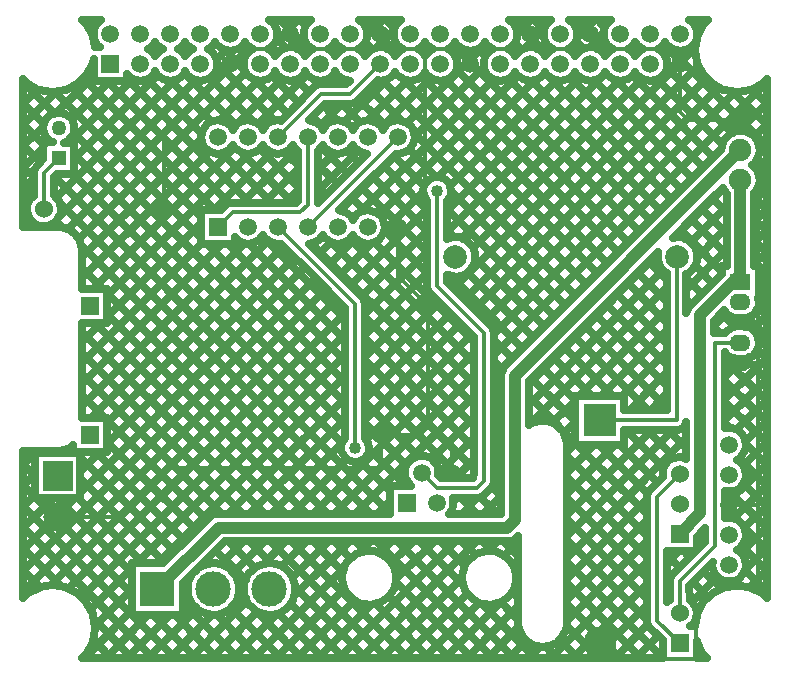
<source format=gbr>
G04 DipTrace 2.4.0.1*
%INBottom.gbr*%
%MOMM*%
%ADD13C,1.0*%
%ADD14C,0.33*%
%ADD15C,0.635*%
%ADD16C,2.0*%
%ADD18R,1.5X1.5*%
%ADD19C,1.5*%
%ADD20R,2.8X2.8*%
%ADD21C,2.8*%
%ADD22C,1.27*%
%ADD23R,1.27X1.27*%
%ADD24C,1.5*%
%ADD25R,2.5X2.5*%
%ADD26C,2.5*%
%ADD27R,1.524X1.524*%
%ADD28C,1.524*%
%ADD29R,1.9X1.9*%
%ADD30C,1.9*%
%ADD31C,1.524*%
%ADD32R,3.0X3.0*%
%ADD33C,3.0*%
%ADD34R,1.8X1.4*%
%ADD35O,1.8X1.4*%
%ADD36C,1.016*%
%FSLAX53Y53*%
G04*
G71*
G90*
G75*
G01*
%LNBottom*%
%LPD*%
X71761Y51439D2*
D13*
Y42820D1*
X71760D1*
X66610Y21480D2*
X68350Y23220D1*
Y40030D1*
X71760Y43440D1*
Y42820D1*
X66610Y26560D2*
D14*
X64693Y24643D1*
Y14147D1*
X66610Y12230D1*
X71761Y56519D2*
X73220Y55060D1*
Y39370D1*
Y35980D1*
X71760D1*
X47310Y26670D2*
Y28522D1*
X45328Y30503D1*
X44666Y29841D1*
X41338D1*
X28575Y61282D2*
X22960Y55667D1*
Y48980D1*
X73220Y39370D2*
X71760Y39400D1*
X71761Y56519D2*
X67335D1*
X66675Y57179D1*
Y61282D1*
X28575D2*
X29843Y62550D1*
X33655D1*
Y63822D1*
X45328Y30503D2*
Y40796D1*
X70808Y23972D2*
X73220D1*
Y17132D1*
X70072D1*
X68010Y15070D1*
Y10930D1*
X59853D1*
Y12276D1*
X73230Y35980D2*
Y23920D1*
X70860D1*
X70808Y23972D1*
X59055Y63822D2*
X59120Y63756D1*
Y62550D1*
X54040D1*
Y63887D1*
X53975Y63822D1*
X66675Y61282D2*
X65430Y62527D1*
X59150D1*
Y63822D1*
X59055D1*
X33655Y62540D2*
X41360D1*
Y63736D1*
X41275Y63822D1*
X48895Y61282D2*
X48990D1*
Y62550D1*
X54020D1*
Y63822D1*
X53975D1*
X42770Y47470D2*
Y48060D1*
X45090Y50380D1*
Y62540D1*
X41340D1*
Y63822D1*
X41275D1*
X45328Y40796D2*
X42770Y43354D1*
Y47470D1*
X45090Y62540D2*
X48990Y62550D1*
X41338Y29841D2*
Y27050D1*
X23568D1*
X19448Y22930D1*
X13950D1*
X41275Y61282D2*
X38710Y58717D1*
X36237D1*
X32610Y55090D1*
X22384Y16827D2*
D13*
X27588Y22031D1*
X52022D1*
X52682Y22691D1*
Y34901D1*
X71761Y53979D1*
X27530Y47470D2*
D14*
X28765Y48705D1*
X34490D1*
X35150Y49365D1*
Y55090D1*
X66424Y44955D2*
X66350Y44881D1*
Y31116D1*
X59853D1*
X46100Y50500D2*
Y42450D1*
X50060Y38490D1*
Y25969D1*
X49466Y25375D1*
X46065D1*
X44770Y26670D1*
X39140Y28760D2*
Y40970D1*
X34926Y45184D1*
X34896D1*
X32610Y47470D1*
X14050Y53310D2*
X12800Y52060D1*
Y48980D1*
X71760Y37690D2*
X69610D1*
Y20466D1*
X66610Y17466D1*
Y14770D1*
X35150Y47470D2*
X42770Y55090D1*
D36*
X39140Y28760D3*
X46100Y50500D3*
X12227Y59088D2*
D15*
X11026Y57887D1*
X13848Y58912D2*
X11026Y56091D1*
X16949Y60217D2*
X13923Y57192D1*
X12711Y55980D2*
X11026Y54295D1*
X18345Y59817D2*
X15165Y56638D1*
X12697Y54170D2*
X11026Y52499D1*
X20281Y59958D2*
X14983Y54659D1*
X11918Y51595D2*
X11026Y50703D1*
X24940Y62820D2*
X24496Y62377D1*
X22400Y60281D2*
X15404Y53284D1*
X14079Y51960D2*
X13685Y51565D1*
X11350Y49231D2*
X11029Y48909D1*
X23768Y59853D2*
X13909Y49994D1*
X11792Y47877D2*
X11440Y47524D1*
X28125Y62413D2*
X27443Y61731D1*
X25585Y59874D2*
X14155Y48443D1*
X32482Y64974D2*
X32272Y64765D1*
X30174Y62666D2*
X14850Y47342D1*
X34278Y64974D2*
X31863Y62559D1*
X29837Y60533D2*
X15790Y46486D1*
X34734Y63634D2*
X33841Y62742D1*
X30924Y59824D2*
X27653Y56554D1*
X26062Y54963D2*
X16021Y44921D1*
X35442Y62547D2*
X34929Y62033D1*
X32903Y60007D2*
X28783Y55887D1*
X26736Y53840D2*
X16021Y43125D1*
X37582Y62890D2*
X37132Y62440D1*
X35042Y60351D2*
X30965Y56273D1*
X28883Y54191D2*
X16954Y42262D1*
X41462Y64974D2*
X40191Y63703D1*
X36312Y59824D2*
X36058Y59571D1*
X30110Y53623D2*
X18133Y41645D1*
X42381Y64097D2*
X40998Y62714D1*
X38193Y59909D2*
X37883Y59599D1*
X32019Y53735D2*
X27218Y48935D1*
X26062Y47778D2*
X18133Y39849D1*
X17615Y39331D2*
X16021Y37737D1*
X42809Y62729D2*
X42366Y62286D1*
X37912Y57832D2*
X36213Y56133D1*
X34109Y54029D2*
X29667Y49587D1*
X26083Y46003D2*
X16021Y35941D1*
X41820Y59944D2*
X38310Y56434D1*
X34271Y52395D2*
X31463Y49587D1*
X27879Y46003D2*
X16021Y34145D1*
X43511Y59839D2*
X40226Y56554D1*
X37330Y53658D2*
X36030Y52358D1*
X34271Y50599D2*
X33259Y49587D1*
X29710Y46038D2*
X16021Y32349D1*
X12150Y28478D2*
X11026Y27354D1*
X48064Y62596D2*
X47585Y62117D1*
X45524Y60056D2*
X41433Y55964D1*
X39357Y53889D2*
X36030Y50562D1*
X31738Y46270D2*
X16779Y31311D1*
X11981Y26513D2*
X11026Y25558D1*
X50225Y62961D2*
X43593Y56329D1*
X33036Y45772D2*
X18133Y30869D1*
X11981Y24717D2*
X11026Y23762D1*
X54034Y64974D2*
X52903Y63843D1*
X50000Y60940D2*
X44239Y55179D1*
X42683Y53623D2*
X37974Y48913D1*
X33934Y44874D2*
X18133Y29073D1*
X17433Y28373D2*
X15916Y26856D1*
X13525Y24465D2*
X11026Y21966D1*
X55143Y64287D2*
X53514Y62657D1*
X50800Y59944D2*
X39650Y48794D1*
X37007Y46151D2*
X36122Y45265D1*
X34846Y43990D2*
X15916Y25060D1*
X15321Y24465D2*
X11026Y20170D1*
X55445Y62792D2*
X55008Y62356D1*
X52905Y60252D2*
X41229Y48577D1*
X39126Y46473D2*
X37020Y44367D1*
X35744Y43092D2*
X11026Y18374D1*
X59422Y64974D2*
X57927Y63478D1*
X54315Y59867D2*
X46175Y51727D1*
X44872Y50423D2*
X41664Y47216D1*
X40480Y46031D2*
X37918Y43469D1*
X36642Y42194D2*
X11026Y16578D1*
X60131Y63887D2*
X58986Y62742D1*
X56104Y59860D2*
X47235Y50990D1*
X45215Y48971D2*
X38816Y42571D1*
X37540Y41296D2*
X13411Y17167D1*
X60685Y62645D2*
X60228Y62187D1*
X58146Y60105D2*
X46982Y48942D1*
X45215Y47175D2*
X39714Y41673D1*
X38256Y40215D2*
X14927Y16886D1*
X62874Y63038D2*
X62382Y62545D1*
X60335Y60498D2*
X46982Y47145D1*
X45215Y45379D2*
X40022Y40186D1*
X38256Y38419D2*
X16007Y16171D1*
X61450Y59817D2*
X48217Y46584D1*
X45215Y43583D2*
X40022Y38390D1*
X38256Y36623D2*
X20680Y19047D1*
X20169Y18536D2*
X16758Y15125D1*
X68403Y64974D2*
X67973Y64545D1*
X65954Y62526D2*
X65434Y62005D1*
X63414Y59986D2*
X49171Y45742D1*
X45363Y41934D2*
X40022Y36594D1*
X38256Y34827D2*
X22476Y19047D1*
X20169Y16740D2*
X17137Y13708D1*
X67884Y62659D2*
X47522Y42298D1*
X46247Y41022D2*
X40022Y34798D1*
X38256Y33031D2*
X28474Y23250D1*
X20169Y14944D2*
X16246Y11021D1*
X68143Y61122D2*
X48420Y41400D1*
X47145Y40124D2*
X40022Y33002D1*
X38256Y31235D2*
X30270Y23250D1*
X21628Y14607D2*
X18042Y11021D1*
X68845Y60028D2*
X49318Y40502D1*
X48043Y39226D2*
X40022Y31206D1*
X38017Y29200D2*
X32066Y23250D1*
X29633Y20817D2*
X27780Y18963D1*
X25003Y16186D2*
X24602Y15785D1*
X23424Y14607D2*
X19838Y11021D1*
X69877Y59264D2*
X50217Y39604D1*
X48942Y38329D2*
X40128Y29516D1*
X38383Y27770D2*
X33863Y23250D1*
X31423Y20810D2*
X28861Y18248D1*
X25712Y15099D2*
X21635Y11022D1*
X71287Y58878D2*
X50940Y38531D1*
X49180Y36771D2*
X35659Y23250D1*
X33219Y20810D2*
X31387Y18978D1*
X29732Y17323D2*
X29352Y16943D1*
X27017Y14608D2*
X23431Y11022D1*
X73974Y59769D2*
X50940Y36735D1*
X49180Y34975D2*
X37455Y23250D1*
X35015Y20810D2*
X32979Y18774D1*
X29936Y15731D2*
X25227Y11022D1*
X73974Y57973D2*
X71636Y55635D1*
X70101Y54100D2*
X50940Y34939D1*
X49180Y33179D2*
X39251Y23250D1*
X36811Y20810D2*
X33863Y17862D1*
X30848Y14847D2*
X27023Y11022D1*
X73974Y56177D2*
X72962Y55165D1*
X51467Y33670D2*
X50940Y33143D1*
X49180Y31383D2*
X45657Y27860D1*
X43582Y25785D2*
X43395Y25598D1*
X42031Y24234D2*
X41047Y23250D1*
X38607Y20810D2*
X33997Y16200D1*
X32518Y14721D2*
X28819Y11022D1*
X73974Y54381D2*
X73418Y53825D1*
X70263Y50670D2*
X66248Y46655D1*
X64720Y45127D2*
X53900Y34307D1*
X51467Y31874D2*
X50940Y31347D1*
X49180Y29587D2*
X46232Y26639D1*
X40403Y20810D2*
X39532Y19939D1*
X38158Y18565D2*
X30615Y11022D1*
X73974Y52585D2*
X73355Y51966D1*
X70543Y49154D2*
X67609Y46220D1*
X65155Y43766D2*
X53900Y32511D1*
X51467Y30078D2*
X50940Y29551D1*
X49180Y27791D2*
X47649Y26260D1*
X42199Y20810D2*
X41293Y19904D1*
X38200Y16811D2*
X32411Y11022D1*
X73974Y50789D2*
X72976Y49791D1*
X70543Y47358D2*
X68143Y44957D1*
X65471Y42286D2*
X54034Y30849D1*
X51467Y28282D2*
X50940Y27755D1*
X47679Y24494D2*
X47501Y24316D1*
X43996Y20810D2*
X42261Y19076D1*
X39021Y15836D2*
X34207Y11022D1*
X73974Y48993D2*
X72976Y47995D1*
X70543Y45562D2*
X67231Y42249D1*
X65471Y40490D2*
X58215Y33234D1*
X57733Y32751D2*
X55907Y30926D1*
X51467Y26486D2*
X50940Y25959D1*
X49475Y24494D2*
X48232Y23250D1*
X45792Y20810D2*
X42633Y17652D1*
X40453Y15471D2*
X36003Y11022D1*
X73974Y47197D2*
X72976Y46199D1*
X65471Y38694D2*
X60011Y33234D1*
X57733Y30955D2*
X56847Y30070D1*
X51467Y24690D2*
X50028Y23250D1*
X47588Y20810D2*
X37799Y11022D1*
X73974Y45401D2*
X72976Y44403D1*
X65471Y36898D2*
X61807Y33234D1*
X57733Y29159D2*
X57121Y28547D1*
X49384Y20810D2*
X39595Y11022D1*
X73974Y43605D2*
X73376Y43007D1*
X70508Y40139D2*
X69567Y39197D1*
X65471Y35102D2*
X62369Y31999D1*
X59367Y28998D2*
X57121Y26751D1*
X51180Y20810D2*
X50470Y20100D1*
X48163Y17794D2*
X41391Y11022D1*
X73974Y41809D2*
X73376Y41211D1*
X71855Y39690D2*
X71216Y39050D1*
X65471Y33306D2*
X64165Y31999D1*
X62398Y30233D2*
X61969Y29803D1*
X61163Y28998D2*
X57121Y24955D1*
X52878Y20712D2*
X51845Y19679D1*
X48584Y16418D2*
X43187Y11022D1*
X73974Y40013D2*
X72808Y38847D1*
X64194Y30233D2*
X57121Y23159D1*
X52878Y18916D2*
X52631Y18669D1*
X49587Y15626D2*
X44983Y11022D1*
X73974Y38217D2*
X73369Y37612D1*
X72038Y36280D2*
X70493Y34735D1*
X65990Y30233D2*
X57121Y21363D1*
X52878Y17120D2*
X52546Y16789D1*
X51467Y15710D2*
X46779Y11022D1*
X73974Y36421D2*
X70493Y32939D1*
X67134Y29580D2*
X57121Y19567D1*
X52878Y15324D2*
X48575Y11022D1*
X73974Y34624D2*
X70493Y31143D1*
X63808Y24459D2*
X57121Y17771D1*
X52920Y13570D2*
X50372Y11022D1*
X73974Y32828D2*
X71503Y30357D1*
X63808Y22662D2*
X57121Y15975D1*
X53565Y12419D2*
X52168Y11022D1*
X73974Y31032D2*
X72261Y29319D1*
X63808Y20866D2*
X57121Y14179D1*
X54828Y11886D2*
X53964Y11022D1*
X73974Y29236D2*
X72057Y27320D1*
X63808Y19070D2*
X55760Y11022D1*
X73974Y27440D2*
X70493Y23959D1*
X66537Y20003D2*
X65575Y19041D1*
X63808Y17274D2*
X57556Y11022D1*
X73974Y25644D2*
X71187Y22858D1*
X65731Y17401D2*
X65576Y17246D1*
X63808Y15478D2*
X59352Y11022D1*
X73974Y23848D2*
X72163Y22037D1*
X63885Y13759D2*
X61148Y11022D1*
X73974Y22052D2*
X71861Y19939D1*
X69758Y17836D2*
X67708Y15786D1*
X64741Y12819D2*
X62944Y11022D1*
X73974Y20256D2*
X72198Y18480D1*
X71217Y17499D2*
X70767Y17048D1*
X65127Y11409D2*
X64740Y11022D1*
X73974Y18460D2*
X72527Y17013D1*
X73974Y16664D2*
X73723Y16413D1*
X68579Y11269D2*
X68333Y11023D1*
X72780Y59081D2*
X73974Y57887D1*
X67483Y62582D2*
X67912Y62152D1*
X71152Y58912D2*
X73974Y56091D1*
X65329Y62940D2*
X73974Y54295D1*
X65561Y60912D2*
X70992Y55480D1*
X73257Y53216D2*
X73974Y52499D1*
X59703Y64974D2*
X60244Y64432D1*
X64747Y59930D2*
X70165Y54512D1*
X73426Y51251D2*
X73974Y50703D1*
X57906Y64974D2*
X60546Y62335D1*
X62649Y60231D2*
X69456Y53425D1*
X72976Y49904D2*
X73974Y48906D1*
X57864Y63220D2*
X58448Y62636D1*
X61204Y59881D2*
X68558Y52527D1*
X72976Y48108D2*
X73974Y47110D1*
X54314Y64974D2*
X55088Y64201D1*
X59436Y59853D2*
X67660Y51629D1*
X69412Y49876D2*
X70543Y48745D1*
X72976Y46312D2*
X73974Y45314D1*
X52518Y64974D2*
X55326Y62166D1*
X57401Y60091D2*
X66762Y50731D1*
X68514Y48978D2*
X70543Y46949D1*
X72976Y44516D2*
X73974Y43518D1*
X52680Y63017D2*
X53165Y62531D1*
X55219Y60477D2*
X65864Y49833D1*
X67616Y48080D2*
X70543Y45153D1*
X73376Y42320D2*
X73974Y41722D1*
X54083Y59817D2*
X64966Y48935D1*
X66718Y47182D2*
X70144Y43757D1*
X73299Y40601D2*
X73974Y39926D1*
X49593Y62512D2*
X50127Y61977D1*
X52132Y59972D2*
X64068Y48037D1*
X67960Y44144D2*
X69337Y42768D1*
X72366Y39738D2*
X73974Y38130D1*
X47467Y62841D2*
X63170Y47138D1*
X67231Y43078D2*
X68439Y41870D1*
X70191Y40117D2*
X71231Y39077D1*
X73250Y37058D2*
X73974Y36334D1*
X47741Y60772D2*
X62272Y46240D1*
X64024Y44488D2*
X65471Y43041D1*
X67231Y41282D2*
X67541Y40972D1*
X69567Y38945D2*
X69940Y38572D1*
X72226Y36286D2*
X73974Y34538D1*
X41742Y64974D2*
X42417Y64299D1*
X46836Y59881D2*
X61374Y45342D1*
X63126Y43590D2*
X65471Y41245D1*
X70493Y36223D2*
X73974Y32742D1*
X39946Y64974D2*
X42677Y62244D1*
X44773Y60147D2*
X60476Y44444D1*
X62228Y42692D2*
X65471Y39449D1*
X70493Y34427D2*
X73974Y30946D1*
X40030Y63094D2*
X40551Y62573D1*
X43066Y60058D2*
X59578Y43546D1*
X61330Y41794D2*
X65471Y37653D1*
X70493Y32631D2*
X73974Y29150D1*
X41503Y59824D2*
X58680Y42648D1*
X60432Y40896D2*
X65471Y35857D1*
X70493Y30835D2*
X70814Y30514D1*
X72275Y29053D2*
X73974Y27354D1*
X34558Y64974D2*
X34931Y64601D1*
X36971Y62561D2*
X37471Y62061D1*
X40402Y59130D2*
X42999Y56533D1*
X44212Y55320D2*
X57782Y41750D1*
X59534Y39998D2*
X65471Y34061D1*
X71679Y27853D2*
X73974Y25558D1*
X32762Y64974D2*
X35282Y62454D1*
X37364Y60372D2*
X38137Y59599D1*
X39504Y58232D2*
X41659Y56077D1*
X43756Y53980D2*
X46009Y51727D1*
X47327Y50409D2*
X56884Y40852D1*
X58636Y39100D2*
X65471Y32265D1*
X72043Y25693D2*
X73974Y23762D1*
X32530Y63410D2*
X33240Y62700D1*
X36122Y59817D2*
X36341Y59599D1*
X38108Y57832D2*
X39540Y56399D1*
X42444Y53496D2*
X44957Y50983D1*
X46983Y48957D2*
X55986Y39954D1*
X57738Y38202D2*
X63942Y31998D1*
X65708Y30232D2*
X67134Y28806D1*
X70893Y25047D2*
X73974Y21966D1*
X34228Y59916D2*
X35198Y58946D1*
X36466Y57678D2*
X37590Y56554D1*
X41546Y52598D2*
X45216Y48928D1*
X46983Y47161D2*
X47475Y46668D1*
X49340Y44804D2*
X55088Y39056D1*
X56840Y37304D2*
X60911Y33233D1*
X61969Y32175D2*
X62151Y31993D1*
X63912Y30232D2*
X66166Y27978D1*
X70493Y23651D2*
X71392Y22751D1*
X72128Y22016D2*
X73974Y20170D1*
X29598Y62750D2*
X30041Y62307D1*
X32144Y60203D2*
X34300Y58048D1*
X35568Y56780D2*
X36446Y55901D1*
X38501Y53847D2*
X39379Y52969D1*
X40648Y51700D2*
X45216Y47131D1*
X48730Y43618D2*
X54190Y38158D1*
X55942Y36406D2*
X59115Y33233D1*
X62116Y30232D2*
X65225Y27122D1*
X71910Y20438D2*
X73974Y18374D1*
X28096Y62455D2*
X29746Y60805D1*
X30636Y59916D2*
X33402Y57150D1*
X36347Y54205D2*
X38481Y52071D1*
X39750Y50802D2*
X45216Y45335D1*
X47263Y43288D2*
X53291Y37260D1*
X55044Y35508D2*
X57733Y32819D1*
X61555Y28997D2*
X64664Y25888D1*
X72191Y18361D2*
X73974Y16578D1*
X27500Y61256D2*
X32237Y56519D1*
X36031Y52724D2*
X37583Y51173D1*
X38852Y49904D2*
X39856Y48899D1*
X41658Y47098D2*
X45216Y43539D1*
X50940Y37816D2*
X52393Y36362D1*
X54146Y34610D2*
X57733Y31023D1*
X59759Y28997D2*
X63843Y24912D1*
X68086Y20669D2*
X68313Y20442D1*
X71272Y17484D2*
X71610Y17146D1*
X24350Y62610D2*
X24821Y62138D1*
X26890Y60070D2*
X30476Y56484D1*
X33218Y53742D2*
X34265Y52695D1*
X36031Y50928D2*
X36685Y50275D1*
X37953Y49006D2*
X38092Y48868D1*
X40837Y46123D2*
X49180Y37779D1*
X50940Y36020D2*
X51559Y35401D1*
X53900Y33059D2*
X57733Y29227D1*
X57961Y28999D2*
X63808Y23151D1*
X66957Y20003D2*
X67414Y19545D1*
X68690Y18270D2*
X70087Y16872D1*
X22182Y62982D2*
X22653Y62510D1*
X24722Y60442D2*
X29024Y56140D1*
X31120Y54043D2*
X34265Y50899D1*
X38739Y46424D2*
X49180Y35983D1*
X50940Y34224D2*
X51467Y33696D1*
X53900Y31263D2*
X54189Y30975D1*
X57121Y28043D2*
X63808Y21355D1*
X65575Y19589D2*
X66516Y18647D1*
X67792Y17372D2*
X69007Y16157D1*
X23550Y59817D2*
X26926Y56441D1*
X29675Y53693D2*
X33780Y49587D1*
X37294Y46073D2*
X49180Y34187D1*
X50940Y32428D2*
X51467Y31900D1*
X57121Y26247D2*
X63808Y19559D1*
X65575Y17793D2*
X65735Y17632D1*
X67855Y15513D2*
X68242Y15125D1*
X16597Y64974D2*
X17090Y64482D1*
X21614Y59958D2*
X26105Y55466D1*
X27907Y53665D2*
X31984Y49587D1*
X35526Y46045D2*
X49180Y32391D1*
X50940Y30632D2*
X51467Y30104D1*
X57121Y24451D2*
X63808Y17763D1*
X19881Y59895D2*
X30188Y49587D1*
X40023Y39752D2*
X49180Y30595D1*
X50940Y28836D2*
X51467Y28308D1*
X57121Y22655D2*
X63808Y15967D1*
X68086Y11689D2*
X68754Y11021D1*
X18162Y59817D2*
X28441Y49538D1*
X31317Y46663D2*
X38257Y39723D1*
X40023Y37956D2*
X49180Y28799D1*
X50940Y27040D2*
X51467Y26512D1*
X57121Y20859D2*
X63808Y14171D1*
X16155Y60028D2*
X27249Y48935D1*
X30180Y46003D2*
X38257Y37927D1*
X40023Y36160D2*
X49180Y27003D1*
X50771Y25412D2*
X51467Y24716D1*
X57121Y19063D2*
X65127Y11056D1*
X15123Y59264D2*
X26062Y48325D1*
X28383Y46004D2*
X38256Y36131D1*
X40022Y34365D2*
X48127Y26260D1*
X49830Y24557D2*
X51137Y23250D1*
X57127Y17260D2*
X63365Y11022D1*
X13713Y58878D2*
X26062Y46529D1*
X26587Y46004D2*
X38256Y34335D1*
X40022Y32569D2*
X44479Y28112D1*
X48098Y24494D2*
X49341Y23250D1*
X51781Y20810D2*
X52877Y19714D1*
X57127Y15464D2*
X61569Y11022D1*
X11026Y59769D2*
X13644Y57151D1*
X15355Y55440D2*
X38256Y32539D1*
X40022Y30773D2*
X43447Y27348D1*
X47354Y23441D2*
X47545Y23250D1*
X49985Y20810D2*
X50716Y20079D1*
X57099Y13696D2*
X59773Y11022D1*
X11026Y57973D2*
X12746Y56253D1*
X15404Y53595D2*
X38256Y30743D1*
X40366Y28633D2*
X43398Y25601D1*
X48189Y20810D2*
X49243Y19757D1*
X52461Y16538D2*
X52877Y16122D1*
X56503Y12497D2*
X57977Y11022D1*
X11026Y56177D2*
X12697Y54506D1*
X15242Y51961D2*
X37989Y29214D1*
X39594Y27609D2*
X42030Y25173D1*
X46393Y20810D2*
X48387Y18816D1*
X51514Y15689D2*
X52877Y14326D1*
X55303Y11900D2*
X56181Y11022D1*
X11026Y54381D2*
X12438Y52969D1*
X13713Y51694D2*
X42030Y23377D1*
X44597Y20810D2*
X48267Y17140D1*
X49837Y15569D2*
X54385Y11022D1*
X11026Y52585D2*
X11918Y51693D1*
X14197Y49414D2*
X40360Y23250D1*
X42801Y20810D2*
X52589Y11022D1*
X11026Y50789D2*
X11757Y50058D1*
X13874Y47941D2*
X14332Y47483D1*
X15979Y45836D2*
X38564Y23250D1*
X41005Y20810D2*
X50793Y11022D1*
X11026Y48993D2*
X11375Y48644D1*
X16021Y43998D2*
X17756Y42263D1*
X18133Y41886D2*
X36768Y23250D1*
X39208Y20810D2*
X39947Y20072D1*
X42611Y17408D2*
X48997Y11022D1*
X18133Y40090D2*
X34972Y23250D1*
X37412Y20810D2*
X38733Y19490D1*
X42029Y16194D2*
X47201Y11022D1*
X17102Y39325D2*
X33176Y23250D1*
X35616Y20810D2*
X38066Y18360D1*
X40899Y15527D2*
X45405Y11022D1*
X16021Y38609D2*
X31380Y23250D1*
X33820Y20810D2*
X43609Y11022D1*
X16021Y36813D2*
X29584Y23250D1*
X32024Y20810D2*
X41813Y11022D1*
X16021Y35017D2*
X27788Y23250D1*
X30228Y20810D2*
X31998Y19041D1*
X34094Y16945D2*
X40017Y11022D1*
X16021Y33221D2*
X26525Y22717D1*
X28432Y20810D2*
X30594Y18648D1*
X33708Y15534D2*
X38221Y11022D1*
X18133Y29313D2*
X25627Y21819D1*
X27373Y20074D2*
X29809Y17638D1*
X32698Y14749D2*
X36425Y11022D1*
X17277Y28373D2*
X24729Y20921D1*
X26475Y19176D2*
X26652Y18999D1*
X29309Y16341D2*
X30174Y15477D1*
X30532Y15119D2*
X34629Y11022D1*
X15081Y28773D2*
X15454Y28400D1*
X15916Y27938D2*
X23831Y20023D1*
X28664Y15191D2*
X32833Y11022D1*
X15916Y26142D2*
X22933Y19125D1*
X24679Y17380D2*
X24933Y17126D1*
X27436Y14622D2*
X31036Y11022D1*
X11784Y28479D2*
X11982Y28280D1*
X15797Y24466D2*
X21214Y19048D1*
X24602Y15661D2*
X29240Y11022D1*
X11026Y27440D2*
X11981Y26485D1*
X14001Y24466D2*
X20169Y18297D1*
X23858Y14608D2*
X27444Y11022D1*
X11026Y25644D2*
X11981Y24689D1*
X12206Y24464D2*
X20169Y16501D1*
X22062Y14608D2*
X25648Y11022D1*
X11026Y23848D2*
X23852Y11022D1*
X11026Y22052D2*
X22056Y11022D1*
X11026Y20256D2*
X14213Y17069D1*
X17038Y14244D2*
X20260Y11022D1*
X11026Y18460D2*
X12459Y17027D1*
X17003Y12483D2*
X18464Y11022D1*
X11026Y16664D2*
X11277Y16413D1*
X16414Y11276D2*
X16665Y11025D1*
X15320Y55536D2*
X15207Y55240D1*
X15026Y54980D1*
X14788Y54770D1*
X14478Y54618D1*
X15358D1*
Y52002D1*
X13919D1*
X13639Y51714D1*
X13638Y50145D1*
X13849Y49960D1*
X14038Y49706D1*
X14167Y49416D1*
X14235Y48980D1*
X14200Y48665D1*
X14097Y48366D1*
X13930Y48096D1*
X13709Y47869D1*
X13443Y47697D1*
X13146Y47587D1*
X12831Y47545D1*
X12516Y47574D1*
X12214Y47670D1*
X11941Y47831D1*
X11710Y48047D1*
X11532Y48309D1*
X11415Y48604D1*
X11366Y48917D1*
X11388Y49233D1*
X11478Y49537D1*
X11632Y49814D1*
X11844Y50050D1*
X11965Y50136D1*
X11962Y52060D1*
X12022Y52370D1*
X12208Y52653D1*
X12748Y53193D1*
X12742Y54618D1*
X13576Y54631D1*
X13296Y54781D1*
X13062Y54993D1*
X12885Y55256D1*
X12776Y55554D1*
X12742Y55869D1*
X12785Y56182D1*
X12902Y56477D1*
X13086Y56734D1*
X13327Y56940D1*
X13610Y57082D1*
X13919Y57151D1*
X14236Y57145D1*
X14542Y57062D1*
X14819Y56908D1*
X15051Y56692D1*
X15224Y56427D1*
X15328Y56128D1*
X15358Y55850D1*
X15320Y55536D1*
X21594Y62546D2*
X21808Y62421D1*
X22039Y62204D1*
X22226Y61913D1*
X22363Y62145D1*
X22582Y62374D1*
X22856Y62552D1*
X22622Y62698D1*
X22395Y62919D1*
X22228Y63177D1*
X22070Y62939D1*
X21847Y62714D1*
X21588Y62549D1*
X24134Y62546D2*
X24348Y62421D1*
X24579Y62204D1*
X24766Y61913D1*
X24903Y62145D1*
X25122Y62374D1*
X25396Y62552D1*
X25162Y62698D1*
X24935Y62919D1*
X24768Y63177D1*
X24610Y62939D1*
X24387Y62714D1*
X24128Y62549D1*
X31754Y62546D2*
X31968Y62421D1*
X32199Y62204D1*
X32386Y61913D1*
X32523Y62145D1*
X32742Y62374D1*
X33007Y62548D1*
X33303Y62660D1*
X33617Y62704D1*
X33933Y62677D1*
X34235Y62581D1*
X34508Y62421D1*
X34739Y62204D1*
X34926Y61913D1*
X35063Y62145D1*
X35282Y62374D1*
X35556Y62552D1*
X35322Y62698D1*
X35095Y62919D1*
X34922Y63185D1*
X34813Y63482D1*
X34772Y63796D1*
X34802Y64112D1*
X34900Y64413D1*
X35063Y64685D1*
X35282Y64914D1*
X35439Y65017D1*
X31882Y65022D1*
X32199Y64744D1*
X32376Y64481D1*
X32490Y64185D1*
X32538Y63822D1*
X32502Y63507D1*
X32398Y63208D1*
X32230Y62939D1*
X32007Y62714D1*
X31748Y62549D1*
X36834Y62546D2*
X37048Y62421D1*
X37279Y62204D1*
X37466Y61913D1*
X37603Y62145D1*
X37822Y62374D1*
X38096Y62552D1*
X37862Y62698D1*
X37635Y62919D1*
X37468Y63177D1*
X37310Y62939D1*
X37087Y62714D1*
X36828Y62549D1*
X39374Y62546D2*
X39588Y62421D1*
X39819Y62204D1*
X40006Y61913D1*
X40143Y62145D1*
X40362Y62374D1*
X40627Y62548D1*
X40923Y62660D1*
X41237Y62704D1*
X41553Y62677D1*
X41855Y62581D1*
X42128Y62421D1*
X42359Y62204D1*
X42546Y61913D1*
X42683Y62145D1*
X42902Y62374D1*
X43176Y62552D1*
X42942Y62698D1*
X42715Y62919D1*
X42542Y63185D1*
X42433Y63482D1*
X42392Y63796D1*
X42422Y64112D1*
X42520Y64413D1*
X42683Y64685D1*
X42902Y64914D1*
X43059Y65017D1*
X39502Y65022D1*
X39819Y64744D1*
X39996Y64481D1*
X40110Y64185D1*
X40158Y63822D1*
X40122Y63507D1*
X40018Y63208D1*
X39850Y62939D1*
X39627Y62714D1*
X39368Y62549D1*
X44454Y62546D2*
X44668Y62421D1*
X44899Y62204D1*
X45086Y61913D1*
X45223Y62145D1*
X45442Y62374D1*
X45716Y62552D1*
X45482Y62698D1*
X45255Y62919D1*
X45088Y63177D1*
X44930Y62939D1*
X44707Y62714D1*
X44448Y62549D1*
X52074Y62546D2*
X52288Y62421D1*
X52519Y62204D1*
X52706Y61913D1*
X52843Y62145D1*
X53062Y62374D1*
X53327Y62548D1*
X53623Y62660D1*
X53937Y62704D1*
X54253Y62677D1*
X54555Y62581D1*
X54828Y62421D1*
X55059Y62204D1*
X55246Y61913D1*
X55383Y62145D1*
X55602Y62374D1*
X55876Y62552D1*
X55642Y62698D1*
X55415Y62919D1*
X55242Y63185D1*
X55133Y63482D1*
X55092Y63796D1*
X55122Y64112D1*
X55220Y64413D1*
X55383Y64685D1*
X55602Y64914D1*
X55759Y65017D1*
X52202Y65023D1*
X52519Y64744D1*
X52696Y64481D1*
X52810Y64185D1*
X52858Y63822D1*
X52822Y63507D1*
X52718Y63208D1*
X52550Y62939D1*
X52327Y62714D1*
X52068Y62549D1*
X57154Y62546D2*
X57368Y62421D1*
X57599Y62204D1*
X57786Y61913D1*
X57923Y62145D1*
X58142Y62374D1*
X58407Y62548D1*
X58703Y62660D1*
X59017Y62704D1*
X59333Y62677D1*
X59635Y62581D1*
X59908Y62421D1*
X60139Y62204D1*
X60326Y61913D1*
X60463Y62145D1*
X60682Y62374D1*
X60956Y62552D1*
X60722Y62698D1*
X60495Y62919D1*
X60322Y63185D1*
X60213Y63482D1*
X60172Y63796D1*
X60202Y64112D1*
X60300Y64413D1*
X60463Y64685D1*
X60682Y64914D1*
X60839Y65017D1*
X57282Y65023D1*
X57599Y64744D1*
X57776Y64481D1*
X57890Y64185D1*
X57938Y63822D1*
X57902Y63507D1*
X57798Y63208D1*
X57630Y62939D1*
X57407Y62714D1*
X57148Y62549D1*
X62234Y62546D2*
X62448Y62421D1*
X62679Y62204D1*
X62866Y61913D1*
X63003Y62145D1*
X63222Y62374D1*
X63496Y62552D1*
X63262Y62698D1*
X63035Y62919D1*
X62868Y63177D1*
X62710Y62939D1*
X62487Y62714D1*
X62228Y62549D1*
X67417Y65026D2*
X67528Y64961D1*
X67759Y64744D1*
X67936Y64481D1*
X68050Y64185D1*
X68098Y63822D1*
X68072Y63595D1*
X68548Y64549D1*
X68640Y64675D1*
X68984Y65019D1*
X67442Y65023D1*
X12345Y28353D2*
X15873D1*
Y24507D1*
X12027D1*
Y28353D1*
X12345D1*
X42571Y17464D2*
X42505Y17153D1*
X42396Y16855D1*
X42247Y16575D1*
X42060Y16319D1*
X41840Y16091D1*
X41590Y15895D1*
X41315Y15737D1*
X41021Y15618D1*
X40713Y15542D1*
X40398Y15509D1*
X40080Y15520D1*
X39768Y15575D1*
X39466Y15674D1*
X39181Y15813D1*
X38919Y15991D1*
X38683Y16203D1*
X38479Y16446D1*
X38312Y16716D1*
X38183Y17006D1*
X38096Y17311D1*
X38052Y17625D1*
X38053Y17942D1*
X38097Y18256D1*
X38185Y18561D1*
X38315Y18851D1*
X38483Y19119D1*
X38688Y19362D1*
X38924Y19574D1*
X39187Y19751D1*
X39472Y19889D1*
X39774Y19987D1*
X40087Y20041D1*
X40404Y20052D1*
X40719Y20018D1*
X41027Y19940D1*
X41321Y19821D1*
X41595Y19662D1*
X41845Y19466D1*
X42065Y19237D1*
X42250Y18980D1*
X42399Y18699D1*
X42506Y18401D1*
X42571Y18090D1*
X42593Y17780D1*
X42571Y17464D1*
X52731D2*
X52665Y17153D1*
X52556Y16855D1*
X52407Y16575D1*
X52220Y16319D1*
X52000Y16091D1*
X51750Y15895D1*
X51475Y15737D1*
X51181Y15618D1*
X50873Y15542D1*
X50558Y15509D1*
X50240Y15520D1*
X49928Y15575D1*
X49626Y15674D1*
X49341Y15813D1*
X49079Y15991D1*
X48843Y16203D1*
X48639Y16446D1*
X48472Y16716D1*
X48343Y17006D1*
X48256Y17311D1*
X48212Y17625D1*
X48213Y17942D1*
X48257Y18256D1*
X48345Y18561D1*
X48475Y18851D1*
X48643Y19119D1*
X48848Y19362D1*
X49084Y19574D1*
X49347Y19751D1*
X49632Y19889D1*
X49934Y19987D1*
X50247Y20041D1*
X50564Y20052D1*
X50879Y20018D1*
X51187Y19940D1*
X51481Y19821D1*
X51755Y19662D1*
X52005Y19466D1*
X52225Y19237D1*
X52410Y18980D1*
X52559Y18699D1*
X52666Y18401D1*
X52731Y18090D1*
X52753Y17780D1*
X52731Y17464D1*
X68045Y21258D2*
Y20087D1*
X68775Y20816D1*
X68772Y21984D1*
X68050Y21261D1*
X67995Y20045D2*
X65535D1*
X65531Y15723D1*
X65775Y15926D1*
X65772Y17466D1*
X65832Y17776D1*
X66018Y18058D1*
X68003Y20044D1*
X68045Y12425D2*
Y10976D1*
X68953Y10977D1*
X68617Y11322D1*
X68530Y11440D1*
X68086Y12319D1*
X68067Y44639D2*
X67978Y44335D1*
X67833Y44053D1*
X67638Y43804D1*
X67399Y43595D1*
X67184Y43471D1*
X67188Y40188D1*
X67220Y40344D1*
X67396Y40713D1*
X67970Y41308D1*
X70194Y43532D1*
X70187Y44193D1*
X70594D1*
X70588Y48853D1*
Y50311D1*
X70420Y50525D1*
X70264Y50812D1*
X68773Y49333D1*
X66016Y46576D1*
X66478Y46627D1*
X66793Y46587D1*
X67094Y46488D1*
X67371Y46334D1*
X67614Y46131D1*
X67815Y45885D1*
X67965Y45606D1*
X68060Y45304D1*
X68097Y44955D1*
X68067Y44639D1*
X29284Y16511D2*
X29215Y16201D1*
X29101Y15905D1*
X28946Y15628D1*
X28752Y15377D1*
X28524Y15157D1*
X28266Y14972D1*
X27984Y14827D1*
X27683Y14725D1*
X27372Y14667D1*
X27055Y14656D1*
X26739Y14690D1*
X26432Y14770D1*
X26140Y14894D1*
X25870Y15060D1*
X25626Y15263D1*
X25414Y15499D1*
X25239Y15763D1*
X25104Y16051D1*
X25013Y16354D1*
X24967Y16668D1*
Y16985D1*
X25013Y17299D1*
X25104Y17603D1*
X25239Y17890D1*
X25414Y18155D1*
X25626Y18391D1*
X25869Y18594D1*
X26140Y18759D1*
X26432Y18883D1*
X26739Y18964D1*
X27054Y18998D1*
X27371Y18987D1*
X27683Y18929D1*
X27983Y18827D1*
X28266Y18682D1*
X28524Y18497D1*
X28752Y18277D1*
X28946Y18026D1*
X29101Y17749D1*
X29215Y17453D1*
X29284Y17144D1*
X29307Y16827D1*
X29284Y16511D1*
X34034D2*
X33965Y16201D1*
X33851Y15905D1*
X33696Y15628D1*
X33502Y15377D1*
X33274Y15157D1*
X33016Y14972D1*
X32734Y14827D1*
X32433Y14725D1*
X32122Y14667D1*
X31805Y14656D1*
X31489Y14690D1*
X31182Y14770D1*
X30890Y14894D1*
X30620Y15060D1*
X30376Y15263D1*
X30164Y15499D1*
X29989Y15763D1*
X29854Y16051D1*
X29763Y16354D1*
X29717Y16668D1*
Y16985D1*
X29763Y17299D1*
X29854Y17603D1*
X29989Y17890D1*
X30164Y18155D1*
X30376Y18391D1*
X30619Y18594D1*
X30890Y18759D1*
X31182Y18883D1*
X31489Y18964D1*
X31804Y18998D1*
X32121Y18987D1*
X32433Y18929D1*
X32733Y18827D1*
X33016Y18682D1*
X33274Y18497D1*
X33502Y18277D1*
X33696Y18026D1*
X33851Y17749D1*
X33965Y17453D1*
X34034Y17144D1*
X34057Y16827D1*
X34034Y16511D1*
X40174Y53674D2*
X39927Y53700D1*
X39627Y53801D1*
X39357Y53966D1*
X39130Y54187D1*
X38963Y54445D1*
X38806Y54207D1*
X38583Y53982D1*
X38315Y53812D1*
X38017Y53705D1*
X37703Y53667D1*
X37387Y53700D1*
X37087Y53801D1*
X36817Y53966D1*
X36590Y54187D1*
X36423Y54445D1*
X36266Y54207D1*
X35984Y53945D1*
X35988Y49484D1*
X39272Y52777D1*
X40163Y53668D1*
X34319Y53941D2*
X34050Y54187D1*
X33883Y54445D1*
X33726Y54207D1*
X33503Y53982D1*
X33235Y53812D1*
X32937Y53705D1*
X32623Y53667D1*
X32307Y53700D1*
X32007Y53801D1*
X31737Y53966D1*
X31510Y54187D1*
X31343Y54445D1*
X31186Y54207D1*
X30963Y53982D1*
X30695Y53812D1*
X30397Y53705D1*
X30083Y53667D1*
X29767Y53700D1*
X29467Y53801D1*
X29197Y53966D1*
X28970Y54187D1*
X28803Y54445D1*
X28646Y54207D1*
X28423Y53982D1*
X28155Y53812D1*
X27857Y53705D1*
X27543Y53667D1*
X27227Y53700D1*
X26927Y53801D1*
X26657Y53966D1*
X26430Y54187D1*
X26258Y54453D1*
X26148Y54751D1*
X26107Y55065D1*
X26137Y55380D1*
X26236Y55681D1*
X26399Y55953D1*
X26618Y56182D1*
X26882Y56357D1*
X27178Y56469D1*
X27492Y56512D1*
X27808Y56486D1*
X28110Y56389D1*
X28383Y56229D1*
X28614Y56012D1*
X28802Y55721D1*
X28939Y55953D1*
X29158Y56182D1*
X29422Y56357D1*
X29718Y56469D1*
X30032Y56512D1*
X30348Y56486D1*
X30650Y56389D1*
X30923Y56229D1*
X31154Y56012D1*
X31342Y55721D1*
X31479Y55953D1*
X31698Y56182D1*
X31962Y56357D1*
X32258Y56469D1*
X32572Y56512D1*
X32819Y56491D1*
X35644Y59309D1*
X35905Y59486D1*
X36237Y59555D1*
X38370D1*
X38678Y59866D1*
X38432Y59891D1*
X38132Y59993D1*
X37862Y60158D1*
X37635Y60379D1*
X37462Y60642D1*
X37310Y60399D1*
X37087Y60174D1*
X36820Y60004D1*
X36522Y59897D1*
X36207Y59859D1*
X35892Y59891D1*
X35592Y59993D1*
X35322Y60158D1*
X35095Y60379D1*
X34922Y60642D1*
X34770Y60399D1*
X34547Y60174D1*
X34280Y60004D1*
X33982Y59897D1*
X33667Y59859D1*
X33352Y59891D1*
X33052Y59993D1*
X32782Y60158D1*
X32555Y60379D1*
X32382Y60642D1*
X32230Y60399D1*
X32007Y60174D1*
X31740Y60004D1*
X31442Y59897D1*
X31127Y59859D1*
X30812Y59891D1*
X30512Y59993D1*
X30242Y60158D1*
X30015Y60379D1*
X29842Y60645D1*
X29733Y60942D1*
X29692Y61256D1*
X29722Y61572D1*
X29820Y61873D1*
X29983Y62145D1*
X30202Y62374D1*
X30476Y62552D1*
X30242Y62698D1*
X30015Y62919D1*
X29848Y63177D1*
X29690Y62939D1*
X29467Y62714D1*
X29200Y62544D1*
X28902Y62437D1*
X28587Y62399D1*
X28272Y62431D1*
X27972Y62533D1*
X27702Y62698D1*
X27475Y62919D1*
X27308Y63177D1*
X27150Y62939D1*
X26927Y62714D1*
X26674Y62546D1*
X26888Y62421D1*
X27119Y62204D1*
X27296Y61941D1*
X27410Y61645D1*
X27458Y61282D1*
X27422Y60967D1*
X27318Y60668D1*
X27150Y60399D1*
X26927Y60174D1*
X26660Y60004D1*
X26362Y59897D1*
X26047Y59859D1*
X25732Y59891D1*
X25432Y59993D1*
X25162Y60158D1*
X24935Y60379D1*
X24762Y60642D1*
X24610Y60399D1*
X24387Y60174D1*
X24120Y60004D1*
X23822Y59897D1*
X23507Y59859D1*
X23192Y59891D1*
X22892Y59993D1*
X22622Y60158D1*
X22395Y60379D1*
X22222Y60642D1*
X22070Y60399D1*
X21847Y60174D1*
X21580Y60004D1*
X21282Y59897D1*
X20967Y59859D1*
X20652Y59891D1*
X20352Y59993D1*
X20082Y60158D1*
X19838Y60393D1*
Y59859D1*
X16992D1*
Y61734D1*
X16947Y61459D1*
X16903Y61319D1*
X16455Y60446D1*
X16370Y60327D1*
X15674Y59636D1*
X15557Y59548D1*
X14681Y59106D1*
X14543Y59059D1*
X13573Y58909D1*
X13427Y58907D1*
X12459Y59063D1*
X12319Y59107D1*
X11446Y59555D1*
X11327Y59640D1*
X10983Y59984D1*
X10978Y54384D1*
X10987Y47494D1*
X11361Y47478D1*
X14085Y47475D1*
X14553Y47402D1*
X15026Y47195D1*
X15430Y46871D1*
X15736Y46454D1*
X15924Y45972D1*
X15978Y45543D1*
X15970Y42219D1*
X18091D1*
Y39373D1*
X15978D1*
X15970Y31264D1*
X18091D1*
Y28418D1*
X15245D1*
Y28984D1*
X14954Y28764D1*
X14472Y28576D1*
X14043Y28523D1*
X10994Y28513D1*
X10978Y28139D1*
Y16025D1*
X11357Y16399D1*
X11475Y16487D1*
X12346Y16932D1*
X12486Y16980D1*
X13451Y17131D1*
X13599Y17133D1*
X14562Y16975D1*
X14704Y16931D1*
X15572Y16480D1*
X15691Y16394D1*
X16379Y15694D1*
X16466Y15576D1*
X16906Y14696D1*
X16952Y14558D1*
X17102Y13583D1*
X17103Y13438D1*
X16947Y12463D1*
X16905Y12325D1*
X16459Y11447D1*
X16375Y11327D1*
X16033Y10982D1*
X34633Y10978D1*
X65183Y10977D1*
X65175Y12472D1*
X64101Y13555D1*
X63923Y13816D1*
X63855Y14147D1*
Y24643D1*
X63915Y24953D1*
X64101Y25236D1*
X65188Y26323D1*
X65198Y26813D1*
X65288Y27117D1*
X65442Y27394D1*
X65654Y27630D1*
X65912Y27814D1*
X66204Y27936D1*
X66516Y27992D1*
X66832Y27978D1*
X67182Y27871D1*
X67177Y30989D1*
X67144Y30849D1*
X66989Y30574D1*
X66744Y30376D1*
X66442Y30283D1*
X61935Y30278D1*
X61926Y29043D1*
X57780D1*
Y33189D1*
X61926D1*
Y31949D1*
X65518Y31954D1*
X65512Y35561D1*
Y43548D1*
X65338Y43683D1*
X65117Y43911D1*
X64944Y44176D1*
X64823Y44469D1*
X64760Y44780D1*
X64757Y45097D1*
X64805Y45360D1*
X53851Y34410D1*
X53855Y30724D1*
X54108Y30866D1*
X54401Y30990D1*
X54831Y31066D1*
X55169D1*
X55685Y30962D1*
X56078Y30771D1*
X56351Y30572D1*
X56708Y30185D1*
X56913Y29799D1*
X57017Y29478D1*
X57067Y29162D1*
X57080Y28365D1*
X57066Y13831D1*
X56962Y13315D1*
X56771Y12922D1*
X56572Y12649D1*
X56185Y12292D1*
X55799Y12087D1*
X55478Y11983D1*
X54955Y11922D1*
X54522Y11983D1*
X54201Y12087D1*
X53742Y12346D1*
X53428Y12649D1*
X53229Y12922D1*
X53010Y13401D1*
X52925Y13914D1*
X52921Y21273D1*
X52600Y21010D1*
X52214Y20874D1*
X51387Y20858D1*
X28081D1*
X24552Y17336D1*
X24557Y14654D1*
X20211D1*
Y19000D1*
X22901Y19003D1*
X26759Y22860D1*
X27011Y23052D1*
X27397Y23188D1*
X28223Y23204D1*
X42084D1*
X42077Y25553D1*
X43893D1*
X43670Y25768D1*
X43497Y26034D1*
X43388Y26331D1*
X43347Y26645D1*
X43377Y26961D1*
X43476Y27262D1*
X43639Y27533D1*
X43858Y27762D1*
X44122Y27937D1*
X44418Y28049D1*
X44732Y28093D1*
X45048Y28066D1*
X45350Y27970D1*
X45623Y27809D1*
X45854Y27592D1*
X46031Y27329D1*
X46145Y27034D1*
X46193Y26670D1*
X46170Y26464D1*
X46408Y26217D1*
X49111Y26213D1*
X49222Y26604D1*
Y38143D1*
X45508Y41858D1*
X45330Y42119D1*
X45262Y42450D1*
Y49663D1*
X45038Y49983D1*
X44939Y50284D1*
X44923Y50600D1*
X44992Y50909D1*
X45141Y51189D1*
X45358Y51419D1*
X45629Y51583D1*
X45933Y51669D1*
X46250Y51671D1*
X46556Y51590D1*
X46829Y51429D1*
X47049Y51202D1*
X47202Y50925D1*
X47281Y50500D1*
X47238Y50186D1*
X47114Y49895D1*
X46936Y49671D1*
X46938Y46482D1*
X47366Y46607D1*
X47682Y46627D1*
X47997Y46587D1*
X48298Y46488D1*
X48575Y46334D1*
X48818Y46131D1*
X49019Y45885D1*
X49169Y45606D1*
X49264Y45304D1*
X49301Y44955D1*
X49271Y44639D1*
X49182Y44335D1*
X49037Y44053D1*
X48842Y43804D1*
X48603Y43595D1*
X48329Y43436D1*
X48029Y43331D1*
X47716Y43284D1*
X47399Y43298D1*
X47091Y43371D1*
X46937Y43440D1*
X46938Y42791D1*
X50653Y39083D1*
X50830Y38821D1*
X50898Y38490D1*
Y25969D1*
X50838Y25659D1*
X50653Y25377D1*
X50059Y24783D1*
X49797Y24606D1*
X49466Y24537D1*
X47412D1*
X47463Y24130D1*
X47427Y23815D1*
X47323Y23516D1*
X47107Y23198D1*
X51510Y23204D1*
X51509Y34901D1*
X51552Y35214D1*
X51729Y35584D1*
X52302Y36179D1*
X70143Y54020D1*
X70165Y54276D1*
X70253Y54581D1*
X70399Y54862D1*
X70597Y55110D1*
X70839Y55315D1*
X71116Y55468D1*
X71418Y55565D1*
X71733Y55602D1*
X72049Y55576D1*
X72354Y55490D1*
X72636Y55345D1*
X72885Y55149D1*
X73091Y54908D1*
X73246Y54632D1*
X73345Y54331D1*
X73383Y53979D1*
X73352Y53664D1*
X73261Y53360D1*
X73112Y53080D1*
X72911Y52835D1*
X72766Y52715D1*
X73091Y52368D1*
X73246Y52092D1*
X73345Y51791D1*
X73383Y51439D1*
X73352Y51124D1*
X73261Y50820D1*
X73112Y50540D1*
X72930Y50318D1*
X72933Y44186D1*
X73333Y44193D1*
Y41447D1*
X73283D1*
X73333Y41110D1*
X73296Y40795D1*
X73189Y40497D1*
X73016Y40232D1*
X72786Y40014D1*
X72513Y39853D1*
X72210Y39760D1*
X71960Y39737D1*
X71560Y39747D1*
X71182Y39790D1*
X70889Y39912D1*
X70632Y40098D1*
X70425Y40337D1*
X70384Y40416D1*
X69523Y39545D1*
Y38532D1*
X70473Y38528D1*
X70594Y38665D1*
X70843Y38861D1*
X71130Y38994D1*
X71441Y39058D1*
X71960Y39063D1*
X72157Y39049D1*
X72463Y38967D1*
X72743Y38818D1*
X72980Y38609D1*
X73164Y38350D1*
X73283Y38057D1*
X73333Y37690D1*
X73296Y37375D1*
X73189Y37077D1*
X73016Y36812D1*
X72786Y36594D1*
X72513Y36433D1*
X72210Y36340D1*
X71960Y36317D1*
X71560Y36327D1*
X71182Y36370D1*
X70889Y36492D1*
X70632Y36678D1*
X70483Y36850D1*
X70448Y36738D1*
X70456Y30431D1*
X70770Y30474D1*
X71086Y30448D1*
X71388Y30351D1*
X71661Y30191D1*
X71892Y29974D1*
X72069Y29711D1*
X72183Y29416D1*
X72231Y29052D1*
X72195Y28737D1*
X72091Y28438D1*
X71923Y28169D1*
X71700Y27944D1*
X71441Y27779D1*
X71661Y27651D1*
X71892Y27434D1*
X72069Y27171D1*
X72183Y26876D1*
X72231Y26512D1*
X72195Y26197D1*
X72091Y25898D1*
X71923Y25629D1*
X71700Y25404D1*
X71433Y25234D1*
X71135Y25127D1*
X70820Y25089D1*
X70439Y25144D1*
X70448Y23403D1*
X70456Y22811D1*
X70770Y22854D1*
X71086Y22828D1*
X71388Y22731D1*
X71661Y22571D1*
X71892Y22354D1*
X72069Y22091D1*
X72183Y21796D1*
X72231Y21432D1*
X72195Y21117D1*
X72091Y20818D1*
X71923Y20549D1*
X71700Y20324D1*
X71441Y20159D1*
X71661Y20031D1*
X71892Y19814D1*
X72069Y19551D1*
X72183Y19256D1*
X72231Y18892D1*
X72195Y18577D1*
X72091Y18278D1*
X71923Y18009D1*
X71700Y17784D1*
X71433Y17614D1*
X71135Y17507D1*
X70820Y17469D1*
X70505Y17502D1*
X70205Y17603D1*
X69935Y17768D1*
X69708Y17989D1*
X69535Y18255D1*
X69426Y18553D1*
X69385Y18867D1*
X69404Y19074D1*
X67445Y17116D1*
X67448Y15928D1*
X67659Y15750D1*
X67848Y15496D1*
X67977Y15206D1*
X68045Y14770D1*
X68010Y14455D1*
X67907Y14156D1*
X67740Y13886D1*
X67526Y13667D1*
X67904Y13665D1*
X68044Y14551D1*
X68088Y14690D1*
X68537Y15567D1*
X68622Y15687D1*
X69320Y16381D1*
X69437Y16469D1*
X70315Y16913D1*
X70454Y16960D1*
X71426Y17111D1*
X71573Y17113D1*
X72544Y16956D1*
X72685Y16912D1*
X73560Y16462D1*
X73679Y16377D1*
X74023Y16033D1*
Y59984D1*
X73674Y59634D1*
X73556Y59547D1*
X72681Y59105D1*
X72542Y59059D1*
X71573Y58909D1*
X71427Y58907D1*
X70459Y59063D1*
X70319Y59107D1*
X69447Y59554D1*
X69327Y59639D1*
X68636Y60333D1*
X68548Y60451D1*
X68106Y61325D1*
X68059Y61464D1*
X67909Y62431D1*
X67907Y62578D1*
X68042Y63431D1*
X67958Y63208D1*
X67790Y62939D1*
X67567Y62714D1*
X67300Y62544D1*
X67002Y62437D1*
X66687Y62399D1*
X66372Y62431D1*
X66072Y62533D1*
X65802Y62698D1*
X65575Y62919D1*
X65408Y63177D1*
X65250Y62939D1*
X65027Y62714D1*
X64768Y62549D1*
X64988Y62421D1*
X65219Y62204D1*
X65396Y61941D1*
X65510Y61645D1*
X65558Y61282D1*
X65522Y60967D1*
X65418Y60668D1*
X65250Y60399D1*
X65027Y60174D1*
X64760Y60004D1*
X64462Y59897D1*
X64147Y59859D1*
X63832Y59891D1*
X63532Y59993D1*
X63262Y60158D1*
X63035Y60379D1*
X62868Y60637D1*
X62710Y60399D1*
X62487Y60174D1*
X62220Y60004D1*
X61922Y59897D1*
X61607Y59859D1*
X61292Y59891D1*
X60992Y59993D1*
X60722Y60158D1*
X60495Y60379D1*
X60328Y60637D1*
X60170Y60399D1*
X59947Y60174D1*
X59680Y60004D1*
X59382Y59897D1*
X59067Y59859D1*
X58752Y59891D1*
X58452Y59993D1*
X58182Y60158D1*
X57955Y60379D1*
X57788Y60637D1*
X57630Y60399D1*
X57407Y60174D1*
X57140Y60004D1*
X56842Y59897D1*
X56527Y59859D1*
X56212Y59891D1*
X55912Y59993D1*
X55642Y60158D1*
X55415Y60379D1*
X55248Y60637D1*
X55090Y60399D1*
X54867Y60174D1*
X54600Y60004D1*
X54302Y59897D1*
X53987Y59859D1*
X53672Y59891D1*
X53372Y59993D1*
X53102Y60158D1*
X52875Y60379D1*
X52708Y60637D1*
X52550Y60399D1*
X52327Y60174D1*
X52060Y60004D1*
X51762Y59897D1*
X51447Y59859D1*
X51132Y59891D1*
X50832Y59993D1*
X50562Y60158D1*
X50335Y60379D1*
X50162Y60645D1*
X50053Y60942D1*
X50012Y61256D1*
X50042Y61572D1*
X50140Y61873D1*
X50303Y62145D1*
X50522Y62374D1*
X50796Y62552D1*
X50562Y62698D1*
X50335Y62919D1*
X50168Y63177D1*
X50010Y62939D1*
X49787Y62714D1*
X49520Y62544D1*
X49222Y62437D1*
X48907Y62399D1*
X48592Y62431D1*
X48292Y62533D1*
X48022Y62698D1*
X47795Y62919D1*
X47628Y63177D1*
X47470Y62939D1*
X47247Y62714D1*
X46988Y62549D1*
X47208Y62421D1*
X47439Y62204D1*
X47616Y61941D1*
X47730Y61645D1*
X47778Y61282D1*
X47742Y60967D1*
X47638Y60668D1*
X47470Y60399D1*
X47247Y60174D1*
X46980Y60004D1*
X46682Y59897D1*
X46367Y59859D1*
X46052Y59891D1*
X45752Y59993D1*
X45482Y60158D1*
X45255Y60379D1*
X45088Y60637D1*
X44930Y60399D1*
X44707Y60174D1*
X44440Y60004D1*
X44142Y59897D1*
X43827Y59859D1*
X43512Y59891D1*
X43212Y59993D1*
X42942Y60158D1*
X42715Y60379D1*
X42548Y60637D1*
X42390Y60399D1*
X42167Y60174D1*
X41900Y60004D1*
X41602Y59897D1*
X41287Y59859D1*
X41061Y59882D1*
X39302Y58124D1*
X39041Y57947D1*
X38710Y57879D1*
X36577D1*
X35223Y56518D1*
X35428Y56486D1*
X35730Y56389D1*
X36003Y56229D1*
X36234Y56012D1*
X36422Y55721D1*
X36559Y55953D1*
X36778Y56182D1*
X37042Y56357D1*
X37338Y56469D1*
X37652Y56512D1*
X37968Y56486D1*
X38270Y56389D1*
X38543Y56229D1*
X38774Y56012D1*
X38962Y55721D1*
X39099Y55953D1*
X39318Y56182D1*
X39582Y56357D1*
X39878Y56469D1*
X40192Y56512D1*
X40508Y56486D1*
X40810Y56389D1*
X41083Y56229D1*
X41314Y56012D1*
X41502Y55721D1*
X41639Y55953D1*
X41858Y56182D1*
X42122Y56357D1*
X42418Y56469D1*
X42732Y56512D1*
X43048Y56486D1*
X43350Y56389D1*
X43623Y56229D1*
X43854Y56012D1*
X44031Y55749D1*
X44146Y55454D1*
X44193Y55090D1*
X44158Y54775D1*
X44054Y54476D1*
X43886Y54207D1*
X43663Y53982D1*
X43395Y53812D1*
X43097Y53705D1*
X42783Y53667D1*
X42556Y53691D1*
X37757Y48892D1*
X37968Y48866D1*
X38270Y48769D1*
X38543Y48609D1*
X38774Y48392D1*
X38962Y48101D1*
X39099Y48333D1*
X39318Y48562D1*
X39582Y48737D1*
X39878Y48849D1*
X40192Y48892D1*
X40508Y48866D1*
X40810Y48769D1*
X41083Y48609D1*
X41314Y48392D1*
X41491Y48129D1*
X41606Y47834D1*
X41653Y47470D1*
X41618Y47155D1*
X41514Y46856D1*
X41346Y46587D1*
X41123Y46362D1*
X40855Y46192D1*
X40557Y46085D1*
X40243Y46047D1*
X39927Y46080D1*
X39627Y46181D1*
X39357Y46346D1*
X39130Y46567D1*
X38963Y46825D1*
X38806Y46587D1*
X38583Y46362D1*
X38315Y46192D1*
X38017Y46085D1*
X37703Y46047D1*
X37387Y46080D1*
X37087Y46181D1*
X36817Y46346D1*
X36590Y46567D1*
X36423Y46825D1*
X36266Y46587D1*
X36043Y46362D1*
X35775Y46192D1*
X35477Y46085D1*
X35223Y46042D1*
X35518Y45777D1*
X39733Y41563D1*
X39910Y41301D1*
X39978Y40970D1*
Y29590D1*
X40089Y29462D1*
X40242Y29185D1*
X40321Y28760D1*
X40278Y28446D1*
X40154Y28155D1*
X39957Y27907D1*
X39701Y27721D1*
X39405Y27609D1*
X39090Y27580D1*
X38778Y27636D1*
X38493Y27772D1*
X38254Y27980D1*
X38078Y28243D1*
X37979Y28544D1*
X37963Y28860D1*
X38032Y29169D1*
X38181Y29449D1*
X38296Y29571D1*
X38302Y33523D1*
Y40617D1*
X34447Y44478D1*
X34303Y44592D1*
X32837Y46058D1*
X32623Y46047D1*
X32307Y46080D1*
X32007Y46181D1*
X31737Y46346D1*
X31510Y46567D1*
X31343Y46825D1*
X31186Y46587D1*
X30963Y46362D1*
X30695Y46192D1*
X30397Y46085D1*
X30083Y46047D1*
X29767Y46080D1*
X29467Y46181D1*
X29197Y46346D1*
X28954Y46592D1*
X28953Y46047D1*
X26107D1*
Y48893D1*
X27764D1*
X28173Y49298D1*
X28434Y49475D1*
X28765Y49543D1*
X34153D1*
X34312Y49712D1*
Y53939D1*
X17001Y63229D2*
X17081Y62705D1*
X17537D1*
X17315Y62919D1*
X17142Y63185D1*
X17033Y63482D1*
X16992Y63796D1*
X17022Y64112D1*
X17120Y64413D1*
X17283Y64685D1*
X17502Y64914D1*
X17659Y65017D1*
X16027Y65022D1*
X16374Y64674D1*
X16462Y64557D1*
X16904Y63681D1*
X16951Y63543D1*
X17083Y62710D1*
D18*
X16668Y29841D3*
D19*
X41338D3*
D18*
X16668Y40796D3*
D19*
X45328D3*
D20*
X59853Y31116D3*
D21*
Y12276D3*
D22*
X14050Y55850D3*
D23*
Y53310D3*
D18*
X18415Y61282D3*
D24*
X20955D3*
X23495D3*
X26035D3*
X28575D3*
X31115D3*
X33655D3*
X36195D3*
X38735D3*
X41275D3*
X43815D3*
X46355D3*
X48895D3*
X51435D3*
X53975D3*
X56515D3*
X59055D3*
X61595D3*
X64135D3*
X66675D3*
Y63822D3*
X64135D3*
X61595D3*
X59055D3*
X56515D3*
X53975D3*
X51435D3*
X48895D3*
X46355D3*
X43815D3*
X41275D3*
X38735D3*
X36195D3*
X33655D3*
X31115D3*
X28575D3*
X26035D3*
X23495D3*
X20955D3*
X18415D3*
D25*
X13950Y26430D3*
D26*
Y22930D3*
D18*
X43500Y24130D3*
D24*
X44770Y26670D3*
X46040Y24130D3*
X47310Y26670D3*
D27*
X66610Y21480D3*
D28*
Y24020D3*
Y26560D3*
D27*
Y12230D3*
D28*
Y14770D3*
D16*
X66424Y44955D3*
X47628D3*
D29*
X71761Y56519D3*
D30*
Y53979D3*
Y51439D3*
D28*
X12800Y48980D3*
D31*
X22960D3*
D32*
X22384Y16827D3*
D33*
X27134D3*
X31884D3*
D24*
X70808Y29052D3*
Y26512D3*
Y23972D3*
Y21432D3*
Y18892D3*
D18*
X27530Y47470D3*
D19*
X30070D3*
X32610D3*
X35150D3*
X37690D3*
X40230D3*
X42770D3*
Y55090D3*
X40230D3*
X37690D3*
X35150D3*
X32610D3*
X30070D3*
X27530D3*
D34*
X71760Y42820D3*
D35*
Y41110D3*
Y39400D3*
Y37690D3*
Y35980D3*
M02*

</source>
